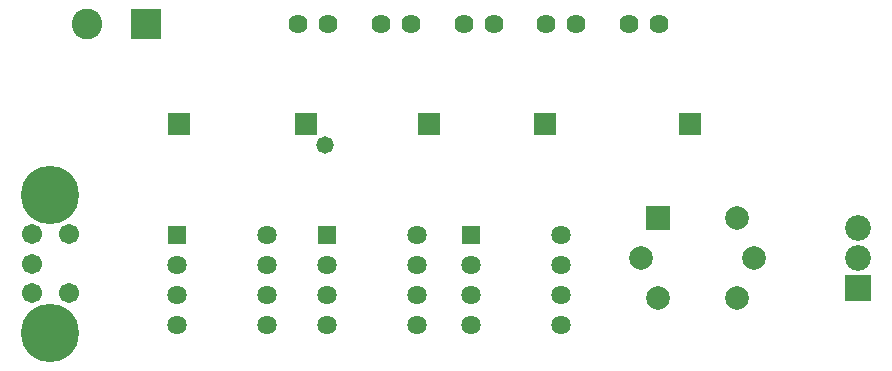
<source format=gbs>
G04*
G04 #@! TF.GenerationSoftware,Altium Limited,Altium Designer,23.2.1 (34)*
G04*
G04 Layer_Color=16711935*
%FSLAX44Y44*%
%MOMM*%
G71*
G04*
G04 #@! TF.SameCoordinates,2F04A12E-80DC-47A9-97FB-97186C95C1CF*
G04*
G04*
G04 #@! TF.FilePolarity,Negative*
G04*
G01*
G75*
%ADD19C,1.7032*%
%ADD20C,4.9432*%
%ADD21C,2.6032*%
%ADD22R,2.6032X2.6032*%
%ADD23R,1.9282X1.9282*%
%ADD24C,1.6282*%
%ADD25R,1.6282X1.6282*%
%ADD26R,2.1832X2.1832*%
%ADD27C,2.1832*%
%ADD28R,2.0032X2.0032*%
%ADD29C,2.0032*%
%ADD30C,1.6192*%
%ADD31C,1.4732*%
D19*
X280670Y378060D02*
D03*
Y353060D02*
D03*
Y328060D02*
D03*
X312670Y378060D02*
D03*
Y328060D02*
D03*
D20*
X296670Y411560D02*
D03*
Y294560D02*
D03*
D21*
X327660Y556260D02*
D03*
D22*
X377660D02*
D03*
D23*
X405130Y471170D02*
D03*
X513080D02*
D03*
X617220D02*
D03*
X715010D02*
D03*
X838200D02*
D03*
D24*
X480060Y377190D02*
D03*
Y351790D02*
D03*
Y326390D02*
D03*
Y300990D02*
D03*
X403860D02*
D03*
Y326390D02*
D03*
Y351790D02*
D03*
X607060Y377190D02*
D03*
Y351790D02*
D03*
Y326390D02*
D03*
Y300990D02*
D03*
X530860D02*
D03*
Y326390D02*
D03*
Y351790D02*
D03*
X728980Y377190D02*
D03*
Y351790D02*
D03*
Y326390D02*
D03*
Y300990D02*
D03*
X652780D02*
D03*
Y326390D02*
D03*
Y351790D02*
D03*
D25*
X403860Y377190D02*
D03*
X530860D02*
D03*
X652780D02*
D03*
D26*
X980440Y332640D02*
D03*
D27*
Y358140D02*
D03*
Y383640D02*
D03*
D28*
X810963Y391727D02*
D03*
D29*
X797050Y358140D02*
D03*
X810963Y324553D02*
D03*
X878137D02*
D03*
X892050Y358140D02*
D03*
X878137Y391727D02*
D03*
D30*
X506430Y556260D02*
D03*
X576430D02*
D03*
X646430D02*
D03*
X716430D02*
D03*
X786430D02*
D03*
X531830D02*
D03*
X601830D02*
D03*
X671830D02*
D03*
X741830D02*
D03*
X811830D02*
D03*
D31*
X529082Y453898D02*
D03*
M02*

</source>
